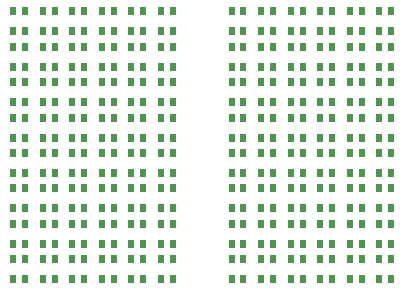
<source format=gbr>
G04 #@! TF.GenerationSoftware,KiCad,Pcbnew,5.1.10*
G04 #@! TF.CreationDate,2021-09-23T13:58:25+02:00*
G04 #@! TF.ProjectId,char-panel,63686172-2d70-4616-9e65-6c2e6b696361,rev?*
G04 #@! TF.SameCoordinates,Original*
G04 #@! TF.FileFunction,Paste,Top*
G04 #@! TF.FilePolarity,Positive*
%FSLAX46Y46*%
G04 Gerber Fmt 4.6, Leading zero omitted, Abs format (unit mm)*
G04 Created by KiCad (PCBNEW 5.1.10) date 2021-09-23 13:58:25*
%MOMM*%
%LPD*%
G01*
G04 APERTURE LIST*
%ADD10R,0.600000X0.800000*%
G04 APERTURE END LIST*
D10*
G04 #@! TO.C,D1*
X69500010Y-60100001D03*
X69500010Y-58400001D03*
X70500010Y-60100001D03*
X70500010Y-58400001D03*
G04 #@! TD*
G04 #@! TO.C,D2*
X83000010Y-61400001D03*
X83000010Y-63100001D03*
X82000010Y-61400001D03*
X82000010Y-63100001D03*
G04 #@! TD*
G04 #@! TO.C,D3*
X69500010Y-66100001D03*
X69500010Y-64400001D03*
X70500010Y-66100001D03*
X70500010Y-64400001D03*
G04 #@! TD*
G04 #@! TO.C,D4*
X83000010Y-67400001D03*
X83000010Y-69100001D03*
X82000010Y-67400001D03*
X82000010Y-69100001D03*
G04 #@! TD*
G04 #@! TO.C,D5*
X69500010Y-72100001D03*
X69500010Y-70400001D03*
X70500010Y-72100001D03*
X70500010Y-70400001D03*
G04 #@! TD*
G04 #@! TO.C,D6*
X83000010Y-73400001D03*
X83000010Y-75100001D03*
X82000010Y-73400001D03*
X82000010Y-75100001D03*
G04 #@! TD*
G04 #@! TO.C,D7*
X69500010Y-78100001D03*
X69500010Y-76400001D03*
X70500010Y-78100001D03*
X70500010Y-76400001D03*
G04 #@! TD*
G04 #@! TO.C,D8*
X83000010Y-79400001D03*
X83000010Y-81100001D03*
X82000010Y-79400001D03*
X82000010Y-81100001D03*
G04 #@! TD*
G04 #@! TO.C,D9*
X72000010Y-60100001D03*
X72000010Y-58400001D03*
X73000010Y-60100001D03*
X73000010Y-58400001D03*
G04 #@! TD*
G04 #@! TO.C,D10*
X80500010Y-61400001D03*
X80500010Y-63100001D03*
X79500010Y-61400001D03*
X79500010Y-63100001D03*
G04 #@! TD*
G04 #@! TO.C,D11*
X72000010Y-66100001D03*
X72000010Y-64400001D03*
X73000010Y-66100001D03*
X73000010Y-64400001D03*
G04 #@! TD*
G04 #@! TO.C,D12*
X80500010Y-67400001D03*
X80500010Y-69100001D03*
X79500010Y-67400001D03*
X79500010Y-69100001D03*
G04 #@! TD*
G04 #@! TO.C,D13*
X72000010Y-72100001D03*
X72000010Y-70400001D03*
X73000010Y-72100001D03*
X73000010Y-70400001D03*
G04 #@! TD*
G04 #@! TO.C,D14*
X80500010Y-73400001D03*
X80500010Y-75100001D03*
X79500010Y-73400001D03*
X79500010Y-75100001D03*
G04 #@! TD*
G04 #@! TO.C,D15*
X72000010Y-78100001D03*
X72000010Y-76400001D03*
X73000010Y-78100001D03*
X73000010Y-76400001D03*
G04 #@! TD*
G04 #@! TO.C,D16*
X80500010Y-79400001D03*
X80500010Y-81100001D03*
X79500010Y-79400001D03*
X79500010Y-81100001D03*
G04 #@! TD*
G04 #@! TO.C,D17*
X74500010Y-60100001D03*
X74500010Y-58400001D03*
X75500010Y-60100001D03*
X75500010Y-58400001D03*
G04 #@! TD*
G04 #@! TO.C,D18*
X78000010Y-61400001D03*
X78000010Y-63100001D03*
X77000010Y-61400001D03*
X77000010Y-63100001D03*
G04 #@! TD*
G04 #@! TO.C,D19*
X74500010Y-66100001D03*
X74500010Y-64400001D03*
X75500010Y-66100001D03*
X75500010Y-64400001D03*
G04 #@! TD*
G04 #@! TO.C,D20*
X78000010Y-67400001D03*
X78000010Y-69100001D03*
X77000010Y-67400001D03*
X77000010Y-69100001D03*
G04 #@! TD*
G04 #@! TO.C,D21*
X74500010Y-72100001D03*
X74500010Y-70400001D03*
X75500010Y-72100001D03*
X75500010Y-70400001D03*
G04 #@! TD*
G04 #@! TO.C,D22*
X78000010Y-73400001D03*
X78000010Y-75100001D03*
X77000010Y-73400001D03*
X77000010Y-75100001D03*
G04 #@! TD*
G04 #@! TO.C,D23*
X74500010Y-78100001D03*
X74500010Y-76400001D03*
X75500010Y-78100001D03*
X75500010Y-76400001D03*
G04 #@! TD*
G04 #@! TO.C,D24*
X78000010Y-79400001D03*
X78000010Y-81100001D03*
X77000010Y-79400001D03*
X77000010Y-81100001D03*
G04 #@! TD*
G04 #@! TO.C,D25*
X77000010Y-60100001D03*
X77000010Y-58400001D03*
X78000010Y-60100001D03*
X78000010Y-58400001D03*
G04 #@! TD*
G04 #@! TO.C,D26*
X75500010Y-61400001D03*
X75500010Y-63100001D03*
X74500010Y-61400001D03*
X74500010Y-63100001D03*
G04 #@! TD*
G04 #@! TO.C,D27*
X77000010Y-66100001D03*
X77000010Y-64400001D03*
X78000010Y-66100001D03*
X78000010Y-64400001D03*
G04 #@! TD*
G04 #@! TO.C,D28*
X75500010Y-67400001D03*
X75500010Y-69100001D03*
X74500010Y-67400001D03*
X74500010Y-69100001D03*
G04 #@! TD*
G04 #@! TO.C,D29*
X77000010Y-72100001D03*
X77000010Y-70400001D03*
X78000010Y-72100001D03*
X78000010Y-70400001D03*
G04 #@! TD*
G04 #@! TO.C,D30*
X75500010Y-73400001D03*
X75500010Y-75100001D03*
X74500010Y-73400001D03*
X74500010Y-75100001D03*
G04 #@! TD*
G04 #@! TO.C,D31*
X77000010Y-78100001D03*
X77000010Y-76400001D03*
X78000010Y-78100001D03*
X78000010Y-76400001D03*
G04 #@! TD*
G04 #@! TO.C,D32*
X75500010Y-79400001D03*
X75500010Y-81100001D03*
X74500010Y-79400001D03*
X74500010Y-81100001D03*
G04 #@! TD*
G04 #@! TO.C,D33*
X79500010Y-60100001D03*
X79500010Y-58400001D03*
X80500010Y-60100001D03*
X80500010Y-58400001D03*
G04 #@! TD*
G04 #@! TO.C,D34*
X73000010Y-61400001D03*
X73000010Y-63100001D03*
X72000010Y-61400001D03*
X72000010Y-63100001D03*
G04 #@! TD*
G04 #@! TO.C,D35*
X79500010Y-66100001D03*
X79500010Y-64400001D03*
X80500010Y-66100001D03*
X80500010Y-64400001D03*
G04 #@! TD*
G04 #@! TO.C,D36*
X73000010Y-67400001D03*
X73000010Y-69100001D03*
X72000010Y-67400001D03*
X72000010Y-69100001D03*
G04 #@! TD*
G04 #@! TO.C,D37*
X79500010Y-72100001D03*
X79500010Y-70400001D03*
X80500010Y-72100001D03*
X80500010Y-70400001D03*
G04 #@! TD*
G04 #@! TO.C,D38*
X73000010Y-73400001D03*
X73000010Y-75100001D03*
X72000010Y-73400001D03*
X72000010Y-75100001D03*
G04 #@! TD*
G04 #@! TO.C,D39*
X79500010Y-78100001D03*
X79500010Y-76400001D03*
X80500010Y-78100001D03*
X80500010Y-76400001D03*
G04 #@! TD*
G04 #@! TO.C,D40*
X73000010Y-79400001D03*
X73000010Y-81100001D03*
X72000010Y-79400001D03*
X72000010Y-81100001D03*
G04 #@! TD*
G04 #@! TO.C,D41*
X82000010Y-60100001D03*
X82000010Y-58400001D03*
X83000010Y-60100001D03*
X83000010Y-58400001D03*
G04 #@! TD*
G04 #@! TO.C,D43*
X82000010Y-66100001D03*
X82000010Y-64400001D03*
X83000010Y-66100001D03*
X83000010Y-64400001D03*
G04 #@! TD*
G04 #@! TO.C,D44*
X70500010Y-67400001D03*
X70500010Y-69100001D03*
X69500010Y-67400001D03*
X69500010Y-69100001D03*
G04 #@! TD*
G04 #@! TO.C,D45*
X82000010Y-72100001D03*
X82000010Y-70400001D03*
X83000010Y-72100001D03*
X83000010Y-70400001D03*
G04 #@! TD*
G04 #@! TO.C,D46*
X70500010Y-73400001D03*
X70500010Y-75100001D03*
X69500010Y-73400001D03*
X69500010Y-75100001D03*
G04 #@! TD*
G04 #@! TO.C,D47*
X82000010Y-78100001D03*
X82000010Y-76400001D03*
X83000010Y-78100001D03*
X83000010Y-76400001D03*
G04 #@! TD*
G04 #@! TO.C,D48*
X70500010Y-79400001D03*
X70500010Y-81100001D03*
X69500010Y-79400001D03*
X69500010Y-81100001D03*
G04 #@! TD*
G04 #@! TO.C,D42*
X70500010Y-61400001D03*
X70500010Y-63100001D03*
X69500010Y-61400001D03*
X69500010Y-63100001D03*
G04 #@! TD*
G04 #@! TO.C,D1*
X51000001Y-60100001D03*
X51000001Y-58400001D03*
X52000001Y-60100001D03*
X52000001Y-58400001D03*
G04 #@! TD*
G04 #@! TO.C,D2*
X64500001Y-61400001D03*
X64500001Y-63100001D03*
X63500001Y-61400001D03*
X63500001Y-63100001D03*
G04 #@! TD*
G04 #@! TO.C,D3*
X51000001Y-66100001D03*
X51000001Y-64400001D03*
X52000001Y-66100001D03*
X52000001Y-64400001D03*
G04 #@! TD*
G04 #@! TO.C,D4*
X64500001Y-67400001D03*
X64500001Y-69100001D03*
X63500001Y-67400001D03*
X63500001Y-69100001D03*
G04 #@! TD*
G04 #@! TO.C,D5*
X51000001Y-72100001D03*
X51000001Y-70400001D03*
X52000001Y-72100001D03*
X52000001Y-70400001D03*
G04 #@! TD*
G04 #@! TO.C,D6*
X64500001Y-73400001D03*
X64500001Y-75100001D03*
X63500001Y-73400001D03*
X63500001Y-75100001D03*
G04 #@! TD*
G04 #@! TO.C,D7*
X51000001Y-78100001D03*
X51000001Y-76400001D03*
X52000001Y-78100001D03*
X52000001Y-76400001D03*
G04 #@! TD*
G04 #@! TO.C,D8*
X64500001Y-79400001D03*
X64500001Y-81100001D03*
X63500001Y-79400001D03*
X63500001Y-81100001D03*
G04 #@! TD*
G04 #@! TO.C,D9*
X53500001Y-60100001D03*
X53500001Y-58400001D03*
X54500001Y-60100001D03*
X54500001Y-58400001D03*
G04 #@! TD*
G04 #@! TO.C,D10*
X62000001Y-61400001D03*
X62000001Y-63100001D03*
X61000001Y-61400001D03*
X61000001Y-63100001D03*
G04 #@! TD*
G04 #@! TO.C,D11*
X53500001Y-66100001D03*
X53500001Y-64400001D03*
X54500001Y-66100001D03*
X54500001Y-64400001D03*
G04 #@! TD*
G04 #@! TO.C,D12*
X62000001Y-67400001D03*
X62000001Y-69100001D03*
X61000001Y-67400001D03*
X61000001Y-69100001D03*
G04 #@! TD*
G04 #@! TO.C,D13*
X53500001Y-72100001D03*
X53500001Y-70400001D03*
X54500001Y-72100001D03*
X54500001Y-70400001D03*
G04 #@! TD*
G04 #@! TO.C,D14*
X62000001Y-73400001D03*
X62000001Y-75100001D03*
X61000001Y-73400001D03*
X61000001Y-75100001D03*
G04 #@! TD*
G04 #@! TO.C,D15*
X53500001Y-78100001D03*
X53500001Y-76400001D03*
X54500001Y-78100001D03*
X54500001Y-76400001D03*
G04 #@! TD*
G04 #@! TO.C,D16*
X62000001Y-79400001D03*
X62000001Y-81100001D03*
X61000001Y-79400001D03*
X61000001Y-81100001D03*
G04 #@! TD*
G04 #@! TO.C,D17*
X56000001Y-60100001D03*
X56000001Y-58400001D03*
X57000001Y-60100001D03*
X57000001Y-58400001D03*
G04 #@! TD*
G04 #@! TO.C,D18*
X59500001Y-61400001D03*
X59500001Y-63100001D03*
X58500001Y-61400001D03*
X58500001Y-63100001D03*
G04 #@! TD*
G04 #@! TO.C,D19*
X56000001Y-66100001D03*
X56000001Y-64400001D03*
X57000001Y-66100001D03*
X57000001Y-64400001D03*
G04 #@! TD*
G04 #@! TO.C,D20*
X59500001Y-67400001D03*
X59500001Y-69100001D03*
X58500001Y-67400001D03*
X58500001Y-69100001D03*
G04 #@! TD*
G04 #@! TO.C,D21*
X56000001Y-72100001D03*
X56000001Y-70400001D03*
X57000001Y-72100001D03*
X57000001Y-70400001D03*
G04 #@! TD*
G04 #@! TO.C,D22*
X59500001Y-73400001D03*
X59500001Y-75100001D03*
X58500001Y-73400001D03*
X58500001Y-75100001D03*
G04 #@! TD*
G04 #@! TO.C,D23*
X56000001Y-78100001D03*
X56000001Y-76400001D03*
X57000001Y-78100001D03*
X57000001Y-76400001D03*
G04 #@! TD*
G04 #@! TO.C,D24*
X59500001Y-79400001D03*
X59500001Y-81100001D03*
X58500001Y-79400001D03*
X58500001Y-81100001D03*
G04 #@! TD*
G04 #@! TO.C,D25*
X58500001Y-60100001D03*
X58500001Y-58400001D03*
X59500001Y-60100001D03*
X59500001Y-58400001D03*
G04 #@! TD*
G04 #@! TO.C,D26*
X57000001Y-61400001D03*
X57000001Y-63100001D03*
X56000001Y-61400001D03*
X56000001Y-63100001D03*
G04 #@! TD*
G04 #@! TO.C,D27*
X58500001Y-66100001D03*
X58500001Y-64400001D03*
X59500001Y-66100001D03*
X59500001Y-64400001D03*
G04 #@! TD*
G04 #@! TO.C,D28*
X57000001Y-67400001D03*
X57000001Y-69100001D03*
X56000001Y-67400001D03*
X56000001Y-69100001D03*
G04 #@! TD*
G04 #@! TO.C,D29*
X58500001Y-72100001D03*
X58500001Y-70400001D03*
X59500001Y-72100001D03*
X59500001Y-70400001D03*
G04 #@! TD*
G04 #@! TO.C,D30*
X57000001Y-73400001D03*
X57000001Y-75100001D03*
X56000001Y-73400001D03*
X56000001Y-75100001D03*
G04 #@! TD*
G04 #@! TO.C,D31*
X58500001Y-78100001D03*
X58500001Y-76400001D03*
X59500001Y-78100001D03*
X59500001Y-76400001D03*
G04 #@! TD*
G04 #@! TO.C,D32*
X57000001Y-79400001D03*
X57000001Y-81100001D03*
X56000001Y-79400001D03*
X56000001Y-81100001D03*
G04 #@! TD*
G04 #@! TO.C,D33*
X61000001Y-60100001D03*
X61000001Y-58400001D03*
X62000001Y-60100001D03*
X62000001Y-58400001D03*
G04 #@! TD*
G04 #@! TO.C,D34*
X54500001Y-61400001D03*
X54500001Y-63100001D03*
X53500001Y-61400001D03*
X53500001Y-63100001D03*
G04 #@! TD*
G04 #@! TO.C,D35*
X61000001Y-66100001D03*
X61000001Y-64400001D03*
X62000001Y-66100001D03*
X62000001Y-64400001D03*
G04 #@! TD*
G04 #@! TO.C,D36*
X54500001Y-67400001D03*
X54500001Y-69100001D03*
X53500001Y-67400001D03*
X53500001Y-69100001D03*
G04 #@! TD*
G04 #@! TO.C,D37*
X61000001Y-72100001D03*
X61000001Y-70400001D03*
X62000001Y-72100001D03*
X62000001Y-70400001D03*
G04 #@! TD*
G04 #@! TO.C,D38*
X54500001Y-73400001D03*
X54500001Y-75100001D03*
X53500001Y-73400001D03*
X53500001Y-75100001D03*
G04 #@! TD*
G04 #@! TO.C,D39*
X61000001Y-78100001D03*
X61000001Y-76400001D03*
X62000001Y-78100001D03*
X62000001Y-76400001D03*
G04 #@! TD*
G04 #@! TO.C,D40*
X54500001Y-79400001D03*
X54500001Y-81100001D03*
X53500001Y-79400001D03*
X53500001Y-81100001D03*
G04 #@! TD*
G04 #@! TO.C,D41*
X63500001Y-60100001D03*
X63500001Y-58400001D03*
X64500001Y-60100001D03*
X64500001Y-58400001D03*
G04 #@! TD*
G04 #@! TO.C,D43*
X63500001Y-66100001D03*
X63500001Y-64400001D03*
X64500001Y-66100001D03*
X64500001Y-64400001D03*
G04 #@! TD*
G04 #@! TO.C,D44*
X52000001Y-67400001D03*
X52000001Y-69100001D03*
X51000001Y-67400001D03*
X51000001Y-69100001D03*
G04 #@! TD*
G04 #@! TO.C,D45*
X63500001Y-72100001D03*
X63500001Y-70400001D03*
X64500001Y-72100001D03*
X64500001Y-70400001D03*
G04 #@! TD*
G04 #@! TO.C,D46*
X52000001Y-73400001D03*
X52000001Y-75100001D03*
X51000001Y-73400001D03*
X51000001Y-75100001D03*
G04 #@! TD*
G04 #@! TO.C,D47*
X63500001Y-78100001D03*
X63500001Y-76400001D03*
X64500001Y-78100001D03*
X64500001Y-76400001D03*
G04 #@! TD*
G04 #@! TO.C,D48*
X52000001Y-79400001D03*
X52000001Y-81100001D03*
X51000001Y-79400001D03*
X51000001Y-81100001D03*
G04 #@! TD*
G04 #@! TO.C,D42*
X52000001Y-61400001D03*
X52000001Y-63100001D03*
X51000001Y-61400001D03*
X51000001Y-63100001D03*
G04 #@! TD*
M02*

</source>
